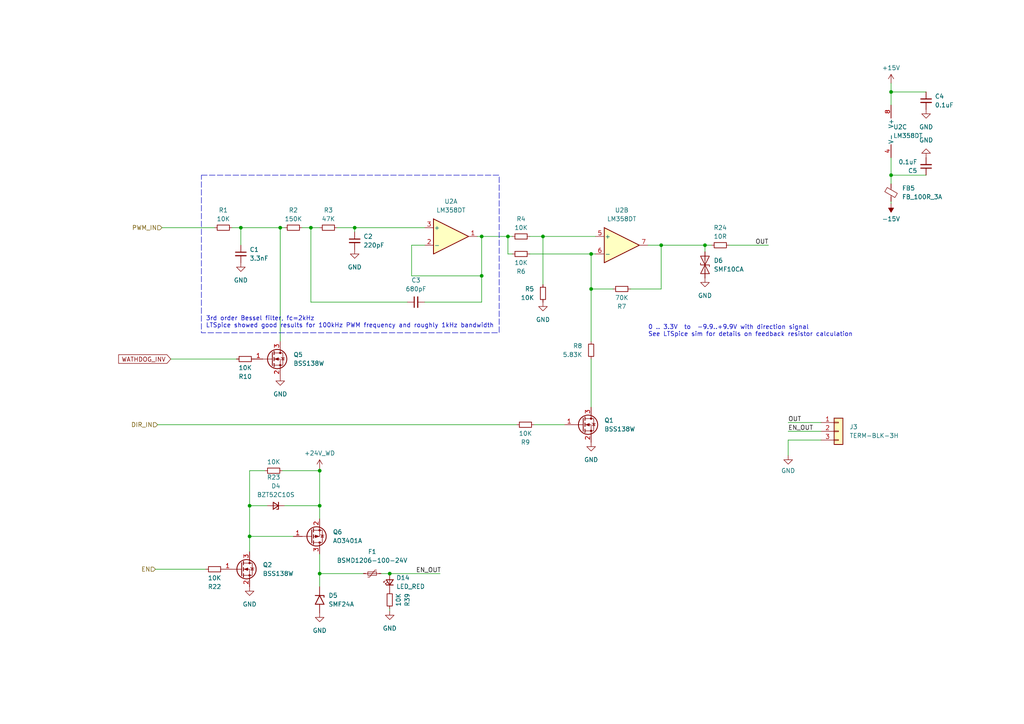
<source format=kicad_sch>
(kicad_sch (version 20230121) (generator eeschema)
  (paper "A4")
  (title_block (date "2023-08-31"))
  (lib_symbols
    (symbol "Device:C_Small" (pin_numbers hide) (pin_names (offset 0.254) hide)
      (property "Reference" "C" (at 0.254 1.778 0))
      (property "Value" "C_Small" (at 0.254 -2.032 0))
      (symbol "C_Small_0_1"
        (polyline (pts (xy -1.524 -0.508) (xy 1.524 -0.508)) (stroke (width 0.3302)))
        (polyline (pts (xy -1.524 0.508) (xy 1.524 0.508)) (stroke (width 0.3048)))
      )
      (symbol "C_Small_1_1"
        (pin passive line (at 0 2.54 270) (length 2.032) (name "~") (number "1"))
        (pin passive line (at 0 -2.54 90) (length 2.032) (name "~") (number "2"))
      )
    )
    (symbol "Device:R_Small" (pin_numbers hide) (pin_names (offset 0.254) hide)
      (property "Reference" "R" (at 0.762 0.508 0))
      (property "Value" "R_Small" (at 0.762 -1.016 0))
      (symbol "R_Small_0_1"
        (rectangle (start -0.762 1.778) (end 0.762 -1.778) (stroke (width 0.2032)))
      )
      (symbol "R_Small_1_1"
        (pin passive line (at 0 2.54 270) (length 0.762) (name "~") (number "1"))
        (pin passive line (at 0 -2.54 90) (length 0.762) (name "~") (number "2"))
      )
    )
    (symbol "cnc:+24V_WD" (power) (pin_names (offset 0))
      (property "Value" "+24V_WD" (at 0 3.556 0))
      (symbol "+24V_WD_0_1"
        (polyline (pts (xy -0.762 1.27) (xy 0 2.54)))
        (polyline (pts (xy 0 0) (xy 0 2.54)))
        (polyline (pts (xy 0 2.54) (xy 0.762 1.27)))
      )
      (symbol "+24V_WD_1_1"
        (pin power_in line (at 0 0 90) (length 0) hide (name "+24V_WD") (number "1"))
      )
    )
    (symbol "hadv-connectors:TERM-BLK-3H" (pin_names (offset 1.016) hide)
      (property "Reference" "J" (at 0 5.08 0))
      (property "Value" "TERM-BLK-3H" (at 0 -5.08 0))
      (symbol "TERM-BLK-3H_1_1"
        (rectangle (start -1.27 -2.413) (end 0 -2.667) (stroke (width 0.1524)))
        (rectangle (start -1.27 0.127) (end 0 -0.127) (stroke (width 0.1524)))
        (rectangle (start -1.27 2.667) (end 0 2.413) (stroke (width 0.1524)))
        (rectangle (start -1.27 3.81) (end 1.27 -3.81) (stroke (width 0.254)) (fill (type background)))
        (pin passive line (at -5.08 2.54 0) (length 3.81) (name "Pin_1") (number "1"))
        (pin passive line (at -5.08 0 0) (length 3.81) (name "Pin_2") (number "2"))
        (pin passive line (at -5.08 -2.54 0) (length 3.81) (name "Pin_3") (number "3"))
      )
    )
    (symbol "hadv-diodes:BZT52C10S" (pin_numbers hide) (pin_names (offset 0.254) hide)
      (property "Reference" "D" (at 0 2.286 0))
      (property "Value" "BZT52C10S" (at 0 -2.286 0))
      (symbol "BZT52C10S_0_1"
        (polyline (pts (xy 0.762 0) (xy -0.762 0)))
        (polyline (pts (xy -0.254 1.016) (xy -0.762 1.016) (xy -0.762 -1.016)) (stroke (width 0.254)))
        (polyline (pts (xy 0.762 1.016) (xy -0.762 0) (xy 0.762 -1.016) (xy 0.762 1.016)) (stroke (width 0.254)))
      )
      (symbol "BZT52C10S_1_1"
        (pin passive line (at -2.54 0 0) (length 1.778) (name "K") (number "1"))
        (pin passive line (at 2.54 0 180) (length 1.778) (name "A") (number "2"))
      )
    )
    (symbol "hadv-opamps:LM358DT" (pin_names (offset 0.127))
      (property "Reference" "U" (at 2.54 5.08 0))
      (property "Value" "LM358DT" (at 2.54 -5.08 0))
      (symbol "LM358DT_1_1"
        (polyline (pts (xy -5.08 5.08) (xy 5.08 0) (xy -5.08 -5.08) (xy -5.08 5.08)) (stroke (width 0.254)) (fill (type background)))
        (pin output line (at 7.62 0 180) (length 2.54) (name "~") (number "1"))
        (pin input line (at -7.62 -2.54 0) (length 2.54) (name "-") (number "2"))
        (pin input line (at -7.62 2.54 0) (length 2.54) (name "+") (number "3"))
      )
      (symbol "LM358DT_2_1"
        (polyline (pts (xy -5.08 5.08) (xy 5.08 0) (xy -5.08 -5.08) (xy -5.08 5.08)) (stroke (width 0.254)) (fill (type background)))
        (pin input line (at -7.62 2.54 0) (length 2.54) (name "+") (number "5"))
        (pin input line (at -7.62 -2.54 0) (length 2.54) (name "-") (number "6"))
        (pin output line (at 7.62 0 180) (length 2.54) (name "~") (number "7"))
      )
      (symbol "LM358DT_3_1"
        (pin power_in line (at 0 -7.62 90) (length 3.81) (name "V-") (number "4"))
        (pin power_in line (at 0 7.62 270) (length 3.81) (name "V+") (number "8"))
      )
    )
    (symbol "hadv-passives:FB_100R_3A" (pin_numbers hide) (pin_names (offset 0))
      (property "Reference" "FB" (at 1.905 1.27 0))
      (property "Value" "FB_100R_3A" (at 1.905 -1.27 0))
      (symbol "FB_100R_3A_0_1"
        (polyline (pts (xy 0 -1.27) (xy 0 -0.7874)))
        (polyline (pts (xy 0 0.889) (xy 0 1.2954)))
        (polyline (pts (xy -1.8288 0.2794) (xy -1.1176 1.4986) (xy 1.8288 -0.2032) (xy 1.1176 -1.4224) (xy -1.8288 0.2794)))
      )
      (symbol "FB_100R_3A_1_1"
        (pin passive line (at 0 2.54 270) (length 1.27) (name "~") (number "1"))
        (pin passive line (at 0 -2.54 90) (length 1.27) (name "~") (number "2"))
      )
    )
    (symbol "hadv-protection:BSMD1206-100-24V" (pin_numbers hide) (pin_names (offset 0))
      (property "Reference" "F" (at -1.905 0 90))
      (property "Value" "BSMD1206-100-24V" (at 1.905 0 90))
      (symbol "BSMD1206-100-24V_0_1"
        (rectangle (start -0.508 1.27) (end 0.508 -1.27))
        (polyline (pts (xy 0 2.54) (xy 0 -2.54)))
        (polyline (pts (xy -1.016 1.27) (xy -1.016 0.762) (xy 1.016 -0.762) (xy 1.016 -1.27)))
      )
      (symbol "BSMD1206-100-24V_1_1"
        (pin passive line (at 0 2.54 270) (length 0.635) (name "~") (number "1"))
        (pin passive line (at 0 -2.54 90) (length 0.635) (name "~") (number "2"))
      )
    )
    (symbol "hadv-protection:SMF10CA" (pin_numbers hide) (pin_names (offset 1.016) hide)
      (property "Reference" "D" (at 0 2.54 0))
      (property "Value" "SMF10CA" (at 0 -2.54 0))
      (symbol "SMF10CA_0_1"
        (polyline (pts (xy 1.27 0) (xy -1.27 0)))
        (polyline (pts (xy -2.54 -1.27) (xy 0 0) (xy -2.54 1.27) (xy -2.54 -1.27)) (stroke (width 0.2032)))
        (polyline (pts (xy 0.508 1.27) (xy 0 1.27) (xy 0 -1.27) (xy -0.508 -1.27)) (stroke (width 0.2032)))
        (polyline (pts (xy 2.54 1.27) (xy 2.54 -1.27) (xy 0 0) (xy 2.54 1.27)) (stroke (width 0.2032)))
      )
      (symbol "SMF10CA_1_1"
        (pin passive line (at -3.81 0 0) (length 2.54) (name "A1") (number "1"))
        (pin passive line (at 3.81 0 180) (length 2.54) (name "A2") (number "2"))
      )
    )
    (symbol "hadv-protection:SMF24A" (pin_numbers hide) (pin_names (offset 1.016) hide)
      (property "Reference" "D" (at 0 2.54 0))
      (property "Value" "SMF24A" (at 0 -2.54 0))
      (symbol "SMF24A_0_1"
        (polyline (pts (xy -0.762 1.27) (xy -1.27 1.27) (xy -1.27 -1.27)) (stroke (width 0.254)))
        (polyline (pts (xy 1.27 1.27) (xy 1.27 -1.27) (xy -1.27 0) (xy 1.27 1.27)) (stroke (width 0.254)))
      )
      (symbol "SMF24A_1_1"
        (pin passive line (at -3.81 0 0) (length 2.54) (name "A1") (number "1"))
        (pin passive line (at 3.81 0 180) (length 2.54) (name "A2") (number "2"))
      )
    )
    (symbol "hadv-transistors:AO3401A" (pin_names hide)
      (property "Reference" "Q" (at 5.08 1.905 0))
      (property "Value" "AO3401A" (at 5.08 0 0))
      (symbol "AO3401A_0_1"
        (polyline (pts (xy 0.254 0) (xy -2.54 0)))
        (polyline (pts (xy 0.254 1.905) (xy 0.254 -1.905)) (stroke (width 0.254)))
        (polyline (pts (xy 0.762 -1.27) (xy 0.762 -2.286)) (stroke (width 0.254)))
        (polyline (pts (xy 0.762 0.508) (xy 0.762 -0.508)) (stroke (width 0.254)))
        (polyline (pts (xy 0.762 2.286) (xy 0.762 1.27)) (stroke (width 0.254)))
        (polyline (pts (xy 2.54 2.54) (xy 2.54 1.778)))
        (polyline (pts (xy 2.54 -2.54) (xy 2.54 0) (xy 0.762 0)))
        (polyline (pts (xy 0.762 1.778) (xy 3.302 1.778) (xy 3.302 -1.778) (xy 0.762 -1.778)))
        (polyline (pts (xy 2.286 0) (xy 1.27 0.381) (xy 1.27 -0.381) (xy 2.286 0)) (fill (type outline)))
        (polyline (pts (xy 2.794 -0.508) (xy 2.921 -0.381) (xy 3.683 -0.381) (xy 3.81 -0.254)))
        (polyline (pts (xy 3.302 -0.381) (xy 2.921 0.254) (xy 3.683 0.254) (xy 3.302 -0.381)))
        (circle (center 1.651 0) (radius 2.794) (stroke (width 0.254)))
        (circle (center 2.54 -1.778) (radius 0.254) (fill (type outline)))
        (circle (center 2.54 1.778) (radius 0.254) (fill (type outline)))
      )
      (symbol "AO3401A_1_1"
        (pin input line (at -5.08 0 0) (length 2.54) (name "G") (number "1"))
        (pin passive line (at 2.54 -5.08 90) (length 2.54) (name "S") (number "2"))
        (pin passive line (at 2.54 5.08 270) (length 2.54) (name "D") (number "3"))
      )
    )
    (symbol "hadv-transistors:BSS138W" (pin_names (offset 0) hide)
      (property "Reference" "Q" (at 5.08 1.27 0))
      (property "Value" "BSS138W" (at 5.08 -1.27 0))
      (symbol "BSS138W_0_1"
        (polyline (pts (xy 0.254 0) (xy -2.54 0)))
        (polyline (pts (xy 0.254 1.905) (xy 0.254 -1.905)) (stroke (width 0.254)))
        (polyline (pts (xy 0.762 -1.27) (xy 0.762 -2.286)) (stroke (width 0.254)))
        (polyline (pts (xy 0.762 0.508) (xy 0.762 -0.508)) (stroke (width 0.254)))
        (polyline (pts (xy 0.762 2.286) (xy 0.762 1.27)) (stroke (width 0.254)))
        (polyline (pts (xy 2.54 2.54) (xy 2.54 1.778)))
        (polyline (pts (xy 2.54 -2.54) (xy 2.54 0) (xy 0.762 0)))
        (polyline (pts (xy 0.762 -1.778) (xy 3.302 -1.778) (xy 3.302 1.778) (xy 0.762 1.778)))
        (polyline (pts (xy 1.016 0) (xy 2.032 0.381) (xy 2.032 -0.381) (xy 1.016 0)) (fill (type outline)))
        (polyline (pts (xy 2.794 0.508) (xy 2.921 0.381) (xy 3.683 0.381) (xy 3.81 0.254)))
        (polyline (pts (xy 3.302 0.381) (xy 2.921 -0.254) (xy 3.683 -0.254) (xy 3.302 0.381)))
        (circle (center 1.651 0) (radius 2.794) (stroke (width 0.254)))
        (circle (center 2.54 -1.778) (radius 0.254) (fill (type outline)))
        (circle (center 2.54 1.778) (radius 0.254) (fill (type outline)))
      )
      (symbol "BSS138W_1_1"
        (pin input line (at -5.08 0 0) (length 2.54) (name "G") (number "1"))
        (pin passive line (at 2.54 -5.08 90) (length 2.54) (name "S") (number "2"))
        (pin passive line (at 2.54 5.08 270) (length 2.54) (name "D") (number "3"))
      )
    )
    (symbol "hadv-ui:LED_RED" (pin_numbers hide) (pin_names (offset 0.254) hide)
      (property "Reference" "D" (at -1.27 3.175 0))
      (property "Value" "LED_RED" (at -4.445 -2.54 0))
      (symbol "LED_RED_0_1"
        (polyline (pts (xy -0.762 -1.016) (xy -0.762 1.016)) (stroke (width 0.254)))
        (polyline (pts (xy 1.016 0) (xy -0.762 0)))
        (polyline (pts (xy 0.762 -1.016) (xy -0.762 0) (xy 0.762 1.016) (xy 0.762 -1.016)) (stroke (width 0.254)))
        (polyline (pts (xy 0 0.762) (xy -0.508 1.27) (xy -0.254 1.27) (xy -0.508 1.27) (xy -0.508 1.016)))
        (polyline (pts (xy 0.508 1.27) (xy 0 1.778) (xy 0.254 1.778) (xy 0 1.778) (xy 0 1.524)))
      )
      (symbol "LED_RED_1_1"
        (pin passive line (at -2.54 0 0) (length 1.778) (name "K") (number "1"))
        (pin passive line (at 2.54 0 180) (length 1.778) (name "A") (number "2"))
      )
    )
    (symbol "power:+15V" (power) (pin_names (offset 0))
      (property "Value" "+15V" (at 0 3.556 0))
      (symbol "+15V_0_1"
        (polyline (pts (xy -0.762 1.27) (xy 0 2.54)))
        (polyline (pts (xy 0 0) (xy 0 2.54)))
        (polyline (pts (xy 0 2.54) (xy 0.762 1.27)))
      )
      (symbol "+15V_1_1"
        (pin power_in line (at 0 0 90) (length 0) hide (name "+15V") (number "1"))
      )
    )
    (symbol "power:-15V" (power) (pin_names (offset 0))
      (property "Value" "-15V" (at 0 3.81 0))
      (symbol "-15V_0_0"
        (pin power_in line (at 0 0 90) (length 0) hide (name "-15V") (number "1"))
      )
      (symbol "-15V_0_1"
        (polyline (pts (xy 0 0) (xy 0 1.27) (xy 0.762 1.27) (xy 0 2.54) (xy -0.762 1.27) (xy 0 1.27)) (fill (type outline)))
      )
    )
    (symbol "power:GND" (power) (pin_names (offset 0))
      (property "Value" "GND" (at 0 -3.81 0))
      (symbol "GND_0_1"
        (polyline (pts (xy 0 0) (xy 0 -1.27) (xy 1.27 -1.27) (xy 0 -2.54) (xy -1.27 -1.27) (xy 0 -1.27)))
      )
      (symbol "GND_1_1"
        (pin power_in line (at 0 0 270) (length 0) hide (name "GND") (number "1"))
      )
    )
  )
  (junction (at 72.39 155.575))
  (junction (at 171.45 83.82))
  (junction (at 113.03 166.37))
  (junction (at 139.7 68.58))
  (junction (at 72.39 146.685))
  (junction (at 204.47 71.12))
  (junction (at 102.87 66.04))
  (junction (at 92.71 146.685))
  (junction (at 81.28 66.04))
  (junction (at 258.445 26.67))
  (junction (at 147.32 68.58))
  (junction (at 139.7 80.01))
  (junction (at 92.71 136.525))
  (junction (at 90.17 66.04))
  (junction (at 157.48 68.58))
  (junction (at 92.71 166.37))
  (junction (at 69.85 66.04))
  (junction (at 171.45 73.66))
  (junction (at 258.445 50.8))
  (junction (at 191.77 71.12))
  (wire (pts (xy 228.6 122.555) (xy 238.125 122.555)))
  (wire (pts (xy 76.835 136.525) (xy 72.39 136.525)))
  (wire (pts (xy 45.72 123.19) (xy 149.86 123.19)))
  (wire (pts (xy 258.445 45.72) (xy 258.445 50.8)))
  (wire (pts (xy 153.67 68.58) (xy 157.48 68.58)))
  (wire (pts (xy 139.7 80.01) (xy 139.7 87.63)))
  (wire (pts (xy 92.71 166.37) (xy 92.71 170.18)))
  (wire (pts (xy 171.45 83.82) (xy 171.45 73.66)))
  (wire (pts (xy 82.55 146.685) (xy 92.71 146.685)))
  (wire (pts (xy 204.47 71.12) (xy 206.375 71.12)))
  (wire (pts (xy 90.17 66.04) (xy 92.71 66.04)))
  (wire (pts (xy 191.77 83.82) (xy 191.77 71.12)))
  (wire (pts (xy 171.45 73.66) (xy 172.72 73.66)))
  (wire (pts (xy 92.71 160.655) (xy 92.71 166.37)))
  (wire (pts (xy 92.71 135.89) (xy 92.71 136.525)))
  (wire (pts (xy 67.31 66.04) (xy 69.85 66.04)))
  (wire (pts (xy 92.71 146.685) (xy 92.71 150.495)))
  (wire (pts (xy 157.48 68.58) (xy 172.72 68.58)))
  (wire (pts (xy 81.28 66.04) (xy 81.28 99.06)))
  (wire (pts (xy 139.7 68.58) (xy 138.43 68.58)))
  (wire (pts (xy 258.445 24.13) (xy 258.445 26.67)))
  (wire (pts (xy 147.32 68.58) (xy 148.59 68.58)))
  (wire (pts (xy 157.48 68.58) (xy 157.48 82.55)))
  (wire (pts (xy 171.45 104.14) (xy 171.45 118.11)))
  (wire (pts (xy 177.8 83.82) (xy 171.45 83.82)))
  (wire (pts (xy 204.47 71.12) (xy 204.47 73.025)))
  (wire (pts (xy 258.445 50.8) (xy 268.605 50.8)))
  (wire (pts (xy 171.45 83.82) (xy 171.45 99.06)))
  (wire (pts (xy 228.6 125.095) (xy 238.125 125.095)))
  (wire (pts (xy 69.85 66.04) (xy 81.28 66.04)))
  (wire (pts (xy 118.11 87.63) (xy 90.17 87.63)))
  (wire (pts (xy 238.125 127.635) (xy 228.6 127.635)))
  (wire (pts (xy 123.19 71.12) (xy 119.38 71.12)))
  (wire (pts (xy 258.445 50.8) (xy 258.445 53.34)))
  (wire (pts (xy 92.71 166.37) (xy 105.41 166.37)))
  (wire (pts (xy 102.87 66.04) (xy 102.87 67.31)))
  (wire (pts (xy 113.03 166.37) (xy 127.635 166.37)))
  (wire (pts (xy 211.455 71.12) (xy 222.885 71.12)))
  (wire (pts (xy 81.28 66.04) (xy 82.55 66.04)))
  (wire (pts (xy 72.39 136.525) (xy 72.39 146.685)))
  (wire (pts (xy 87.63 66.04) (xy 90.17 66.04)))
  (wire (pts (xy 45.085 165.1) (xy 59.69 165.1)))
  (wire (pts (xy 81.915 136.525) (xy 92.71 136.525)))
  (wire (pts (xy 191.77 71.12) (xy 187.96 71.12)))
  (wire (pts (xy 139.7 68.58) (xy 147.32 68.58)))
  (wire (pts (xy 119.38 71.12) (xy 119.38 80.01)))
  (wire (pts (xy 72.39 155.575) (xy 72.39 160.02)))
  (wire (pts (xy 258.445 26.67) (xy 258.445 30.48)))
  (wire (pts (xy 102.87 66.04) (xy 123.19 66.04)))
  (wire (pts (xy 182.88 83.82) (xy 191.77 83.82)))
  (wire (pts (xy 113.03 176.53) (xy 113.03 177.165)))
  (wire (pts (xy 85.09 155.575) (xy 72.39 155.575)))
  (wire (pts (xy 147.32 73.66) (xy 147.32 68.58)))
  (wire (pts (xy 119.38 80.01) (xy 139.7 80.01)))
  (wire (pts (xy 92.71 136.525) (xy 92.71 146.685)))
  (wire (pts (xy 154.94 123.19) (xy 163.83 123.19)))
  (wire (pts (xy 258.445 58.42) (xy 258.445 59.055)))
  (wire (pts (xy 72.39 146.685) (xy 77.47 146.685)))
  (wire (pts (xy 46.99 66.04) (xy 62.23 66.04)))
  (wire (pts (xy 69.85 66.04) (xy 69.85 71.12)))
  (wire (pts (xy 90.17 87.63) (xy 90.17 66.04)))
  (wire (pts (xy 148.59 73.66) (xy 147.32 73.66)))
  (wire (pts (xy 123.19 87.63) (xy 139.7 87.63)))
  (wire (pts (xy 139.7 80.01) (xy 139.7 68.58)))
  (wire (pts (xy 110.49 166.37) (xy 113.03 166.37)))
  (wire (pts (xy 72.39 146.685) (xy 72.39 155.575)))
  (wire (pts (xy 97.79 66.04) (xy 102.87 66.04)))
  (wire (pts (xy 228.6 127.635) (xy 228.6 132.08)))
  (wire (pts (xy 258.445 26.67) (xy 268.605 26.67)))
  (wire (pts (xy 49.53 104.14) (xy 68.58 104.14)))
  (wire (pts (xy 191.77 71.12) (xy 204.47 71.12)))
  (wire (pts (xy 153.67 73.66) (xy 171.45 73.66)))
  (rectangle (start 58.42 50.8) (end 144.78 96.52) (stroke (width 0) (type dash)))
  (text "3rd order Bessel filter, fc=2kHz\nLTSpice showed good results for 100kHz PWM frequency and roughly 1kHz bandwidth" (at 59.69 95.25 0) (effects (font (size 1.27 1.27)) (justify left bottom)))
  (text "0 .. 3.3V  to  -9.9..+9.9V with direction signal\nSee LTSpice sim for details on feedback resistor calculation" (at 187.96 97.79 0) (effects (font (size 1.27 1.27)) (justify left bottom)))
  (label "EN_OUT" (at 120.65 166.37 0))
  (label "EN_OUT" (at 228.6 125.095 0))
  (label "OUT" (at 219.075 71.12 0))
  (label "OUT" (at 228.6 122.555 0))
  (global_label "WATHDOG_INV" (shape input) (at 49.53 104.14 180) (property "Intersheetrefs" "${INTERSHEET_REFS}" (effects hide)))
  (hierarchical_label "DIR_IN" (shape input) (at 45.72 123.19 180))
  (hierarchical_label "EN" (shape input) (at 45.085 165.1 180))
  (hierarchical_label "PWM_IN" (shape input) (at 46.99 66.04 180))
  (symbol (lib_id "hadv-passives:FB_100R_3A") (at 258.445 55.88 0) (unit 1)
    (property "Reference" "FB5" (at 261.62 54.5719 0) (effects (justify left)))
    (property "Value" "FB_100R_3A" (at 261.62 57.1119 0) (effects (justify left)))
    (property "Footprint" "Inductor_SMD:L_0603_1608Metric" (effects hide))
    (property "MPN" "UPZ1608E101-3R0TF" (effects hide))
    (property "Manufacturer" "Sunlord" (effects hide))
    (property "LCSC#" "C96995" (effects hide))
  )
  (symbol (lib_id "hadv-transistors:BSS138W") (at 78.74 104.14 0) (unit 1)
    (property "Reference" "Q5" (at 85.09 102.87 0) (effects (justify left)))
    (property "Value" "BSS138W" (at 85.09 105.41 0) (effects (justify left)))
    (property "Footprint" "Package_TO_SOT_SMD:SOT-323_SC-70" (effects hide))
    (property "MPN" "BSS138W" (effects hide))
    (property "Manufacturer" "Jiangsu Changjing Electronics Technology Co., Ltd." (effects hide))
    (property "LCSC#" "C504052" (effects hide))
  )
  (symbol (lib_id "Device:C_Small") (at 268.605 48.26 180) (unit 1)
    (property "Reference" "C5" (at 266.065 49.5237 0) (effects (justify left)))
    (property "Value" "0.1uF" (at 266.065 46.9837 0) (effects (justify left)))
    (property "Footprint" "Capacitor_SMD:C_0603_1608Metric" (effects hide))
  )
  (symbol (lib_id "power:GND") (at 92.71 177.8 0) (unit 1)
    (property "Reference" "#PWR034" (effects hide))
    (property "Value" "GND" (at 92.71 182.88 0))
  )
  (symbol (lib_id "power:GND") (at 69.85 76.2 0) (unit 1)
    (property "Reference" "#PWR06" (effects hide))
    (property "Value" "GND" (at 69.85 81.28 0))
  )
  (symbol (lib_id "cnc:+24V_WD") (at 92.71 135.89 0) (unit 1)
    (property "Reference" "#PWR033" (effects hide))
    (property "Value" "+24V_WD" (at 92.71 131.445 0))
  )
  (symbol (lib_id "Device:R_Small") (at 62.23 165.1 270) (unit 1)
    (property "Reference" "R22" (at 62.23 170.18 90))
    (property "Value" "10K" (at 62.23 167.64 90))
    (property "Footprint" "Resistor_SMD:R_0603_1608Metric" (effects hide))
  )
  (symbol (lib_id "power:+15V") (at 258.445 24.13 0) (unit 1)
    (property "Reference" "#PWR077" (effects hide))
    (property "Value" "+15V" (at 258.445 19.685 0))
  )
  (symbol (lib_id "Device:C_Small") (at 120.65 87.63 90) (unit 1)
    (property "Reference" "C3" (at 120.6563 81.28 90))
    (property "Value" "680pF" (at 120.6563 83.82 90))
    (property "Footprint" "Capacitor_SMD:C_0603_1608Metric" (effects hide))
  )
  (symbol (lib_id "Device:R_Small") (at 151.13 68.58 90) (unit 1)
    (property "Reference" "R4" (at 151.13 63.5 90))
    (property "Value" "10K" (at 151.13 66.04 90))
    (property "Footprint" "Resistor_SMD:R_0603_1608Metric" (effects hide))
  )
  (symbol (lib_id "hadv-transistors:AO3401A") (at 90.17 155.575 0) (mirror x) (unit 1)
    (property "Reference" "Q6" (at 96.52 154.305 0) (effects (justify left)))
    (property "Value" "AO3401A" (at 96.52 156.845 0) (effects (justify left)))
    (property "Footprint" "Package_TO_SOT_SMD:SOT-23" (effects hide))
    (property "Datasheet" "http://www.vishay.com/docs/70209/70209.pdf" (effects hide))
    (property "LCSC#" "C347476" (effects hide))
    (property "MPN" "AO3401A" (effects hide))
    (property "Manufacturer" "UMW" (effects hide))
  )
  (symbol (lib_id "power:GND") (at 204.47 80.645 0) (unit 1)
    (property "Reference" "#PWR035" (effects hide))
    (property "Value" "GND" (at 204.47 85.725 0))
  )
  (symbol (lib_id "power:-15V") (at 258.445 59.055 180) (unit 1)
    (property "Reference" "#PWR078" (effects hide))
    (property "Value" "-15V" (at 258.445 63.5 0))
  )
  (symbol (lib_id "Device:R_Small") (at 85.09 66.04 90) (unit 1)
    (property "Reference" "R2" (at 85.09 60.96 90))
    (property "Value" "150K" (at 85.09 63.5 90))
    (property "Footprint" "Resistor_SMD:R_0603_1608Metric" (effects hide))
  )
  (symbol (lib_id "Device:C_Small") (at 102.87 69.85 0) (unit 1)
    (property "Reference" "C2" (at 105.41 68.5863 0) (effects (justify left)))
    (property "Value" "220pF" (at 105.41 71.1263 0) (effects (justify left)))
    (property "Footprint" "Capacitor_SMD:C_0603_1608Metric" (effects hide))
  )
  (symbol (lib_id "Device:C_Small") (at 268.605 29.21 0) (unit 1)
    (property "Reference" "C4" (at 271.145 27.9463 0) (effects (justify left)))
    (property "Value" "0.1uF" (at 271.145 30.4863 0) (effects (justify left)))
    (property "Footprint" "Capacitor_SMD:C_0603_1608Metric" (effects hide))
  )
  (symbol (lib_id "Device:R_Small") (at 71.12 104.14 270) (unit 1)
    (property "Reference" "R10" (at 71.12 109.22 90))
    (property "Value" "10K" (at 71.12 106.68 90))
    (property "Footprint" "Resistor_SMD:R_0603_1608Metric" (effects hide))
  )
  (symbol (lib_id "hadv-protection:SMF24A") (at 92.71 173.99 270) (unit 1)
    (property "Reference" "D5" (at 95.25 172.72 90) (effects (justify left)))
    (property "Value" "SMF24A" (at 95.25 175.26 90) (effects (justify left)))
    (property "Footprint" "Diode_SMD:D_SOD-123F" (effects hide))
    (property "Datasheet" "https://datasheet.lcsc.com/lcsc/2304140030_Shandong-Jingdao-Microelectronics-SMF24A_C169430.pdf" (effects hide))
    (property "MPN" "SMF24A" (effects hide))
    (property "LCSC#" "C169430" (effects hide))
    (property "Manufacturer" "Shandong Jingdao Microelectronics" (effects hide))
  )
  (symbol (lib_id "hadv-protection:BSMD1206-100-24V") (at 107.95 166.37 90) (unit 1)
    (property "Reference" "F1" (at 107.95 160.02 90))
    (property "Value" "BSMD1206-100-24V" (at 107.95 162.56 90))
    (property "Footprint" "Fuse:Fuse_1206_3216Metric" (effects hide))
    (property "MPN" "BSMD1206-100-24V" (effects hide))
    (property "Manufacturer" "BHFUSE" (effects hide))
    (property "LCSC#" "C910830" (effects hide))
  )
  (symbol (lib_id "hadv-diodes:BZT52C10S") (at 80.01 146.685 180) (unit 1)
    (property "Reference" "D4" (at 80.01 140.97 0))
    (property "Value" "BZT52C10S" (at 80.01 143.51 0))
    (property "Footprint" "Diode_SMD:D_SOD-323" (effects hide))
    (property "MPN" "BZT52C10S" (effects hide))
    (property "LCSC#" "C5270769" (effects hide))
    (property "Manufacturer" "YFW" (effects hide))
  )
  (symbol (lib_id "Device:R_Small") (at 151.13 73.66 270) (unit 1)
    (property "Reference" "R6" (at 151.13 78.74 90))
    (property "Value" "10K" (at 151.13 76.2 90))
    (property "Footprint" "Resistor_SMD:R_0603_1608Metric" (effects hide))
  )
  (symbol (lib_id "hadv-opamps:LM358DT") (at 258.445 38.1 0) (unit 3)
    (property "Reference" "U2" (at 259.08 36.83 0) (effects (justify left)))
    (property "Value" "LM358DT" (at 259.08 39.37 0) (effects (justify left)))
    (property "Footprint" "Package_SO:SO-8_3.9x4.9mm_P1.27mm" (effects hide))
    (property "Datasheet" "http://www.ti.com/lit/ds/symlink/lm2904-n.pdf" (effects hide))
    (property "MPN" "LM358DT" (effects hide))
    (property "Manufacturer" "STMicroelectronics" (effects hide))
    (property "LCSC#" "C9418" (effects hide))
  )
  (symbol (lib_id "power:GND") (at 157.48 87.63 0) (unit 1)
    (property "Reference" "#PWR08" (effects hide))
    (property "Value" "GND" (at 157.48 92.71 0))
  )
  (symbol (lib_id "Device:R_Small") (at 152.4 123.19 270) (unit 1)
    (property "Reference" "R9" (at 152.4 128.27 90))
    (property "Value" "10K" (at 152.4 125.73 90))
    (property "Footprint" "Resistor_SMD:R_0603_1608Metric" (effects hide))
  )
  (symbol (lib_id "hadv-opamps:LM358DT") (at 130.81 68.58 0) (unit 1)
    (property "Reference" "U2" (at 130.81 58.42 0))
    (property "Value" "LM358DT" (at 130.81 60.96 0))
    (property "Footprint" "Package_SO:SO-8_3.9x4.9mm_P1.27mm" (effects hide))
    (property "Datasheet" "http://www.ti.com/lit/ds/symlink/lm2904-n.pdf" (effects hide))
    (property "MPN" "LM358DT" (effects hide))
    (property "Manufacturer" "STMicroelectronics" (effects hide))
    (property "LCSC#" "C9418" (effects hide))
  )
  (symbol (lib_id "power:GND") (at 171.45 128.27 0) (unit 1)
    (property "Reference" "#PWR09" (effects hide))
    (property "Value" "GND" (at 171.45 133.35 0))
  )
  (symbol (lib_id "hadv-protection:SMF10CA") (at 204.47 76.835 90) (unit 1)
    (property "Reference" "D6" (at 207.01 75.565 90) (effects (justify right)))
    (property "Value" "SMF10CA" (at 207.01 78.105 90) (effects (justify right)))
    (property "Footprint" "Diode_SMD:D_SOD-123F" (effects hide))
    (property "Datasheet" "https://www.littelfuse.com/~/media/electronics/datasheets/tvs_diode_arrays/littelfuse_tvs_diode_array_sd_c_datasheet.pdf.pdf" (effects hide))
    (property "MPN" "SMF10CA" (effects hide))
    (property "Manufacturer" "Sunmate" (effects hide))
    (property "LCSC#" "C5310922" (effects hide))
  )
  (symbol (lib_id "Device:R_Small") (at 79.375 136.525 270) (unit 1)
    (property "Reference" "R23" (at 79.375 138.43 90))
    (property "Value" "10K" (at 79.375 133.985 90))
    (property "Footprint" "Resistor_SMD:R_0603_1608Metric" (effects hide))
  )
  (symbol (lib_id "hadv-opamps:LM358DT") (at 180.34 71.12 0) (unit 2)
    (property "Reference" "U2" (at 180.34 60.96 0))
    (property "Value" "LM358DT" (at 180.34 63.5 0))
    (property "Footprint" "Package_SO:SO-8_3.9x4.9mm_P1.27mm" (effects hide))
    (property "Datasheet" "http://www.ti.com/lit/ds/symlink/lm2904-n.pdf" (effects hide))
    (property "MPN" "LM358DT" (effects hide))
    (property "Manufacturer" "STMicroelectronics" (effects hide))
    (property "LCSC#" "C9418" (effects hide))
  )
  (symbol (lib_id "power:GND") (at 102.87 72.39 0) (unit 1)
    (property "Reference" "#PWR07" (effects hide))
    (property "Value" "GND" (at 102.87 77.47 0))
  )
  (symbol (lib_id "Device:C_Small") (at 69.85 73.66 0) (unit 1)
    (property "Reference" "C1" (at 72.39 72.3963 0) (effects (justify left)))
    (property "Value" "3.3nF" (at 72.39 74.9363 0) (effects (justify left)))
    (property "Footprint" "Capacitor_SMD:C_0603_1608Metric" (effects hide))
  )
  (symbol (lib_id "Device:R_Small") (at 180.34 83.82 270) (unit 1)
    (property "Reference" "R7" (at 180.34 88.9 90))
    (property "Value" "70K" (at 180.34 86.36 90))
    (property "Footprint" "Resistor_SMD:R_0603_1608Metric" (effects hide))
  )
  (symbol (lib_id "power:GND") (at 81.28 109.22 0) (unit 1)
    (property "Reference" "#PWR016" (effects hide))
    (property "Value" "GND" (at 81.28 114.3 0))
  )
  (symbol (lib_id "hadv-ui:LED_RED") (at 113.03 168.91 90) (unit 1)
    (property "Reference" "D14" (at 114.935 167.5765 90) (effects (justify right)))
    (property "Value" "LED_RED" (at 114.935 170.1165 90) (effects (justify right)))
    (property "Footprint" "LED_SMD:LED_0603_1608Metric" (effects hide))
    (property "MPN" "SZYY0603R" (effects hide))
    (property "Manufacturer" "Yongyu Photoelectric" (effects hide))
    (property "LCSC#" "C434419" (effects hide))
    (instances (project "colorlight-cnc-proto" (path "" (reference "D14") (unit 1)) (path "" (reference "D15") (unit 1))))
  )
  (symbol (lib_id "power:GND") (at 72.39 170.18 0) (unit 1)
    (property "Reference" "#PWR032" (effects hide))
    (property "Value" "GND" (at 72.39 175.26 0))
  )
  (symbol (lib_id "Device:R_Small") (at 64.77 66.04 90) (unit 1)
    (property "Reference" "R1" (at 64.77 60.96 90))
    (property "Value" "10K" (at 64.77 63.5 90))
    (property "Footprint" "Resistor_SMD:R_0603_1608Metric" (effects hide))
  )
  (symbol (lib_id "power:GND") (at 228.6 132.08 0) (unit 1)
    (property "Reference" "#PWR079" (effects hide))
    (property "Value" "GND" (at 228.6 136.525 0))
  )
  (symbol (lib_id "Device:R_Small") (at 208.915 71.12 90) (unit 1)
    (property "Reference" "R24" (at 208.915 66.04 90))
    (property "Value" "10R" (at 208.915 68.58 90))
    (property "Footprint" "Resistor_SMD:R_0603_1608Metric" (effects hide))
  )
  (symbol (lib_id "power:GND") (at 268.605 45.72 180) (unit 1)
    (property "Reference" "#PWR013" (effects hide))
    (property "Value" "GND" (at 268.605 40.64 0))
  )
  (symbol (lib_id "Device:R_Small") (at 113.03 173.99 0) (unit 1)
    (property "Reference" "R39" (at 118.11 173.99 90))
    (property "Value" "10K" (at 115.57 173.99 90))
    (property "Footprint" "Resistor_SMD:R_0603_1608Metric" (effects hide))
    (instances (project "colorlight-cnc-proto" (path "" (reference "R39") (unit 1)) (path "" (reference "R38") (unit 1))))
  )
  (symbol (lib_id "power:GND") (at 113.03 177.165 0) (unit 1)
    (property "Reference" "#PWR067" (effects hide))
    (property "Value" "GND" (at 113.03 182.245 0))
    (instances (project "colorlight-cnc-proto" (path "" (reference "#PWR067") (unit 1)) (path "" (reference "#PWR061") (unit 1))))
  )
  (symbol (lib_id "Device:R_Small") (at 171.45 101.6 0) (mirror x) (unit 1)
    (property "Reference" "R8" (at 168.91 100.33 0) (effects (justify right)))
    (property "Value" "5.83K" (at 168.91 102.87 0) (effects (justify right)))
    (property "Footprint" "Resistor_SMD:R_0603_1608Metric" (effects hide))
  )
  (symbol (lib_id "Device:R_Small") (at 95.25 66.04 90) (unit 1)
    (property "Reference" "R3" (at 95.25 60.96 90))
    (property "Value" "47K" (at 95.25 63.5 90))
    (property "Footprint" "Resistor_SMD:R_0603_1608Metric" (effects hide))
  )
  (symbol (lib_id "power:GND") (at 268.605 31.75 0) (unit 1)
    (property "Reference" "#PWR012" (effects hide))
    (property "Value" "GND" (at 268.605 36.83 0))
  )
  (symbol (lib_id "Device:R_Small") (at 157.48 85.09 0) (mirror x) (unit 1)
    (property "Reference" "R5" (at 154.94 83.82 0) (effects (justify right)))
    (property "Value" "10K" (at 154.94 86.36 0) (effects (justify right)))
    (property "Footprint" "Resistor_SMD:R_0603_1608Metric" (effects hide))
  )
  (symbol (lib_id "hadv-connectors:TERM-BLK-3H") (at 243.205 125.095 0) (unit 1)
    (property "Reference" "J3" (at 246.38 123.825 0) (effects (justify left)))
    (property "Value" "TERM-BLK-3H" (at 246.38 126.365 0) (effects (justify left)))
    (property "Footprint" "Connector_Phoenix_MC:PhoenixContact_MC_1,5_3-G-3.5_1x03_P3.50mm_Horizontal" (effects hide))
    (property "MPN" "KF2EDGR-3.5-3P" (effects hide))
    (property "Manufacturer" "Cixi Kefa Elec" (effects hide))
    (property "LCSC#" "C441172" (effects hide))
  )
  (symbol (lib_id "hadv-transistors:BSS138W") (at 168.91 123.19 0) (unit 1)
    (property "Reference" "Q1" (at 175.26 121.92 0) (effects (justify left)))
    (property "Value" "BSS138W" (at 175.26 124.46 0) (effects (justify left)))
    (property "Footprint" "Package_TO_SOT_SMD:SOT-323_SC-70" (effects hide))
    (property "MPN" "BSS138W" (effects hide))
    (property "Manufacturer" "Jiangsu Changjing Electronics Technology Co., Ltd." (effects hide))
    (property "LCSC#" "C504052" (effects hide))
  )
  (symbol (lib_id "hadv-transistors:BSS138W") (at 69.85 165.1 0) (unit 1)
    (property "Reference" "Q2" (at 76.2 163.83 0) (effects (justify left)))
    (property "Value" "BSS138W" (at 76.2 166.37 0) (effects (justify left)))
    (property "Footprint" "Package_TO_SOT_SMD:SOT-323_SC-70" (effects hide))
    (property "MPN" "BSS138W" (effects hide))
    (property "Manufacturer" "Jiangsu Changjing Electronics Technology Co., Ltd." (effects hide))
    (property "LCSC#" "C504052" (effects hide))
  )
)
</source>
